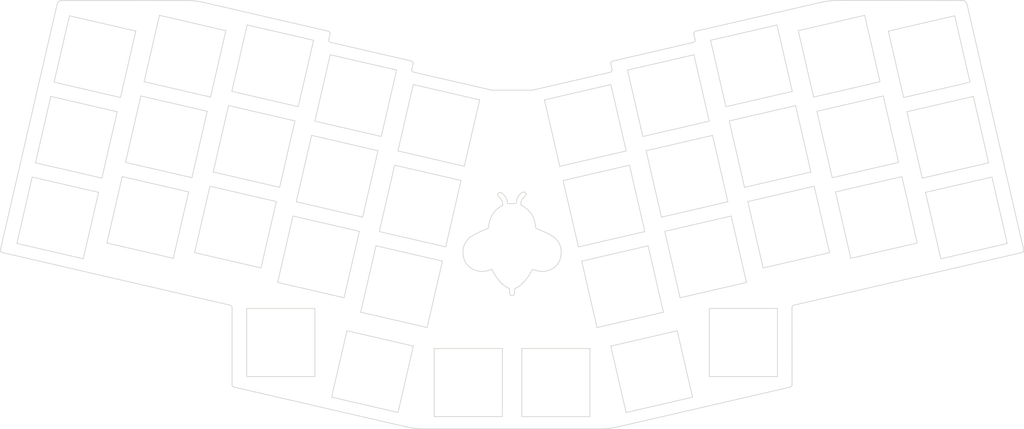
<source format=kicad_pcb>
(kicad_pcb (version 20211014) (generator pcbnew)
  (title_block (title "Humla switch plate") (date "2021-11-10") (rev "0.2") (company "jmnw"))
  (layers (0 "F.Cu" signal) (31 "B.Cu" signal) (34 "B.Paste" user) (35 "F.Paste" user) (36 "B.SilkS" user "B.Silkscreen") (37 "F.SilkS" user "F.Silkscreen") (38 "B.Mask" user) (39 "F.Mask" user) (44 "Edge.Cuts" user))
  (net 0 "")
  (footprint "humla:Choc_cutout" (layer "F.Cu") (at 51.48475 49.55878 -13)
    (fp_text reference "SW1" hide)
    (fp_text value "SW_Push" hide)
    (fp_line (start -7 7) (end 7 7) (layer "Edge.Cuts") (width 0.15))
    (fp_line (start -7 -7) (end 7 -7) (layer "Edge.Cuts") (width 0.15))
    (fp_line (start -7 7) (end -7 -7) (layer "Edge.Cuts") (width 0.15))
    (fp_line (start 7 7) (end 7 -7) (layer "Edge.Cuts") (width 0.15))
  )
  (footprint "humla:Choc_cutout" (layer "F.Cu") (at 69.979457 49.466823 -13)
    (fp_text reference "SW2" hide)
    (fp_text value "SW_Push" hide)
    (fp_line (start -7 -7) (end 7 -7) (layer "Edge.Cuts") (width 0.15))
    (fp_line (start 7 7) (end 7 -7) (layer "Edge.Cuts") (width 0.15))
    (fp_line (start -7 7) (end -7 -7) (layer "Edge.Cuts") (width 0.15))
    (fp_line (start -7 7) (end 7 7) (layer "Edge.Cuts") (width 0.15))
  )
  (footprint "humla:Choc_cutout" (layer "F.Cu") (at 87.99614 51.445407 -13)
    (fp_text reference "SW3" hide)
    (fp_text value "SW_Push" hide)
    (fp_line (start -7 7) (end 7 7) (layer "Edge.Cuts") (width 0.15))
    (fp_line (start 7 7) (end 7 -7) (layer "Edge.Cuts") (width 0.15))
    (fp_line (start -7 7) (end -7 -7) (layer "Edge.Cuts") (width 0.15))
    (fp_line (start -7 -7) (end 7 -7) (layer "Edge.Cuts") (width 0.15))
  )
  (footprint "humla:Choc_cutout" (layer "F.Cu") (at 105.056775 57.565065 -13)
    (fp_text reference "SW4" hide)
    (fp_text value "SW_Push" hide)
    (fp_line (start -7 7) (end 7 7) (layer "Edge.Cuts") (width 0.15))
    (fp_line (start -7 -7) (end 7 -7) (layer "Edge.Cuts") (width 0.15))
    (fp_line (start -7 7) (end -7 -7) (layer "Edge.Cuts") (width 0.15))
    (fp_line (start 7 7) (end 7 -7) (layer "Edge.Cuts") (width 0.15))
  )
  (footprint "humla:Choc_cutout" (layer "F.Cu") (at 122.117417 63.684714 -13)
    (fp_text reference "SW5" hide)
    (fp_text value "SW_Push" hide)
    (fp_line (start 7 7) (end 7 -7) (layer "Edge.Cuts") (width 0.15))
    (fp_line (start -7 -7) (end 7 -7) (layer "Edge.Cuts") (width 0.15))
    (fp_line (start -7 7) (end 7 7) (layer "Edge.Cuts") (width 0.15))
    (fp_line (start -7 7) (end -7 -7) (layer "Edge.Cuts") (width 0.15))
  )
  (footprint "humla:Choc_cutout" (layer "F.Cu") (at 152.22296 63.687526 13)
    (fp_text reference "SW6" hide)
    (fp_text value "SW_Push" hide)
    (fp_line (start -7 -7) (end 7 -7) (layer "Edge.Cuts") (width 0.15))
    (fp_line (start 7 7) (end 7 -7) (layer "Edge.Cuts") (width 0.15))
    (fp_line (start -7 7) (end 7 7) (layer "Edge.Cuts") (width 0.15))
    (fp_line (start -7 7) (end -7 -7) (layer "Edge.Cuts") (width 0.15))
  )
  (footprint "humla:Choc_cutout" (layer "F.Cu") (at 169.283596 57.567873 13)
    (fp_text reference "SW7" hide)
    (fp_text value "SW_Push" hide)
    (fp_line (start -7 7) (end 7 7) (layer "Edge.Cuts") (width 0.15))
    (fp_line (start -7 -7) (end 7 -7) (layer "Edge.Cuts") (width 0.15))
    (fp_line (start 7 7) (end 7 -7) (layer "Edge.Cuts") (width 0.15))
    (fp_line (start -7 7) (end -7 -7) (layer "Edge.Cuts") (width 0.15))
  )
  (footprint "humla:Choc_cutout" (layer "F.Cu") (at 186.344244 51.44822 13)
    (fp_text reference "SW8" hide)
    (fp_text value "SW_Push" hide)
    (fp_line (start 7 7) (end 7 -7) (layer "Edge.Cuts") (width 0.15))
    (fp_line (start -7 -7) (end 7 -7) (layer "Edge.Cuts") (width 0.15))
    (fp_line (start -7 7) (end 7 7) (layer "Edge.Cuts") (width 0.15))
    (fp_line (start -7 7) (end -7 -7) (layer "Edge.Cuts") (width 0.15))
  )
  (footprint "humla:Choc_cutout" (layer "F.Cu") (at 204.360918 49.469634 13)
    (fp_text reference "SW9" hide)
    (fp_text value "SW_Push" hide)
    (fp_line (start -7 7) (end 7 7) (layer "Edge.Cuts") (width 0.15))
    (fp_line (start 7 7) (end 7 -7) (layer "Edge.Cuts") (width 0.15))
    (fp_line (start -7 -7) (end 7 -7) (layer "Edge.Cuts") (width 0.15))
    (fp_line (start -7 7) (end -7 -7) (layer "Edge.Cuts") (width 0.15))
  )
  (footprint "humla:Choc_cutout" (layer "F.Cu") (at 222.855623 49.561591 13)
    (fp_text reference "SW10" hide)
    (fp_text value "SW_Push" hide)
    (fp_line (start -7 7) (end -7 -7) (layer "Edge.Cuts") (width 0.15))
    (fp_line (start -7 7) (end 7 7) (layer "Edge.Cuts") (width 0.15))
    (fp_line (start -7 -7) (end 7 -7) (layer "Edge.Cuts") (width 0.15))
    (fp_line (start 7 7) (end 7 -7) (layer "Edge.Cuts") (width 0.15))
  )
  (footprint "humla:Choc_cutout" (layer "F.Cu") (at 47.660587 66.123065 -13)
    (fp_text reference "SW11" hide)
    (fp_text value "SW_Push" hide)
    (fp_line (start -7 -7) (end 7 -7) (layer "Edge.Cuts") (width 0.15))
    (fp_line (start -7 7) (end -7 -7) (layer "Edge.Cuts") (width 0.15))
    (fp_line (start -7 7) (end 7 7) (layer "Edge.Cuts") (width 0.15))
    (fp_line (start 7 7) (end 7 -7) (layer "Edge.Cuts") (width 0.15))
  )
  (footprint "humla:Choc_cutout" (layer "F.Cu") (at 66.155287 66.031116 -13)
    (fp_text reference "SW12" hide)
    (fp_text value "SW_Push" hide)
    (fp_line (start -7 -7) (end 7 -7) (layer "Edge.Cuts") (width 0.15))
    (fp_line (start -7 7) (end -7 -7) (layer "Edge.Cuts") (width 0.15))
    (fp_line (start -7 7) (end 7 7) (layer "Edge.Cuts") (width 0.15))
    (fp_line (start 7 7) (end 7 -7) (layer "Edge.Cuts") (width 0.15))
  )
  (footprint "humla:Choc_cutout" (layer "F.Cu") (at 84.171978 68.009703 -13)
    (fp_text reference "SW13" hide)
    (fp_text value "SW_Push" hide)
    (fp_line (start -7 7) (end 7 7) (layer "Edge.Cuts") (width 0.15))
    (fp_line (start -7 7) (end -7 -7) (layer "Edge.Cuts") (width 0.15))
    (fp_line (start 7 7) (end 7 -7) (layer "Edge.Cuts") (width 0.15))
    (fp_line (start -7 -7) (end 7 -7) (layer "Edge.Cuts") (width 0.15))
  )
  (footprint "humla:Choc_cutout" (layer "F.Cu") (at 101.232611 74.129354 -13)
    (fp_text reference "SW14" hide)
    (fp_text value "SW_Push" hide)
    (fp_line (start -7 7) (end -7 -7) (layer "Edge.Cuts") (width 0.15))
    (fp_line (start 7 7) (end 7 -7) (layer "Edge.Cuts") (width 0.15))
    (fp_line (start -7 -7) (end 7 -7) (layer "Edge.Cuts") (width 0.15))
    (fp_line (start -7 7) (end 7 7) (layer "Edge.Cuts") (width 0.15))
  )
  (footprint "humla:Choc_cutout" (layer "F.Cu") (at 118.293252 80.249006 -13)
    (fp_text reference "SW15" hide)
    (fp_text value "SW_Push" hide)
    (fp_line (start -7 -7) (end 7 -7) (layer "Edge.Cuts") (width 0.15))
    (fp_line (start -7 7) (end -7 -7) (layer "Edge.Cuts") (width 0.15))
    (fp_line (start -7 7) (end 7 7) (layer "Edge.Cuts") (width 0.15))
    (fp_line (start 7 7) (end 7 -7) (layer "Edge.Cuts") (width 0.15))
  )
  (footprint "humla:Choc_cutout" (layer "F.Cu") (at 156.047128 80.251816 13)
    (fp_text reference "SW16" hide)
    (fp_text value "SW_Push" hide)
    (fp_line (start -7 7) (end -7 -7) (layer "Edge.Cuts") (width 0.15))
    (fp_line (start -7 7) (end 7 7) (layer "Edge.Cuts") (width 0.15))
    (fp_line (start -7 -7) (end 7 -7) (layer "Edge.Cuts") (width 0.15))
    (fp_line (start 7 7) (end 7 -7) (layer "Edge.Cuts") (width 0.15))
  )
  (footprint "humla:Choc_cutout" (layer "F.Cu") (at 173.107762 74.132158 13)
    (fp_text reference "SW17" hide)
    (fp_text value "SW_Push" hide)
    (fp_line (start 7 7) (end 7 -7) (layer "Edge.Cuts") (width 0.15))
    (fp_line (start -7 7) (end -7 -7) (layer "Edge.Cuts") (width 0.15))
    (fp_line (start -7 7) (end 7 7) (layer "Edge.Cuts") (width 0.15))
    (fp_line (start -7 -7) (end 7 -7) (layer "Edge.Cuts") (width 0.15))
  )
  (footprint "humla:Choc_cutout" (layer "F.Cu") (at 190.168401 68.012506 13)
    (fp_text reference "SW18" hide)
    (fp_text value "SW_Push" hide)
    (fp_line (start 7 7) (end 7 -7) (layer "Edge.Cuts") (width 0.15))
    (fp_line (start -7 7) (end -7 -7) (layer "Edge.Cuts") (width 0.15))
    (fp_line (start -7 7) (end 7 7) (layer "Edge.Cuts") (width 0.15))
    (fp_line (start -7 -7) (end 7 -7) (layer "Edge.Cuts") (width 0.15))
  )
  (footprint "humla:Choc_cutout" (layer "F.Cu") (at 208.18509 66.033928 13)
    (fp_text reference "SW19" hide)
    (fp_text value "SW_Push" hide)
    (fp_line (start 7 7) (end 7 -7) (layer "Edge.Cuts") (width 0.15))
    (fp_line (start -7 -7) (end 7 -7) (layer "Edge.Cuts") (width 0.15))
    (fp_line (start -7 7) (end 7 7) (layer "Edge.Cuts") (width 0.15))
    (fp_line (start -7 7) (end -7 -7) (layer "Edge.Cuts") (width 0.15))
  )
  (footprint "humla:Choc_cutout" (layer "F.Cu") (at 226.679794 66.125879 13)
    (fp_text reference "SW20" hide)
    (fp_text value "SW_Push" hide)
    (fp_line (start -7 -7) (end 7 -7) (layer "Edge.Cuts") (width 0.15))
    (fp_line (start -7 7) (end -7 -7) (layer "Edge.Cuts") (width 0.15))
    (fp_line (start 7 7) (end 7 -7) (layer "Edge.Cuts") (width 0.15))
    (fp_line (start -7 7) (end 7 7) (layer "Edge.Cuts") (width 0.15))
  )
  (footprint "humla:Choc_cutout" (layer "F.Cu") (at 43.836416 82.687368 -13)
    (fp_text reference "SW21" hide)
    (fp_text value "SW_Push" hide)
    (fp_line (start -7 7) (end 7 7) (layer "Edge.Cuts") (width 0.15))
    (fp_line (start -7 7) (end -7 -7) (layer "Edge.Cuts") (width 0.15))
    (fp_line (start -7 -7) (end 7 -7) (layer "Edge.Cuts") (width 0.15))
    (fp_line (start 7 7) (end 7 -7) (layer "Edge.Cuts") (width 0.15))
  )
  (footprint "humla:Choc_cutout" (layer "F.Cu") (at 62.331124 82.595405 -13)
    (fp_text reference "SW22" hide)
    (fp_text value "SW_Push" hide)
    (fp_line (start -7 7) (end -7 -7) (layer "Edge.Cuts") (width 0.15))
    (fp_line (start -7 7) (end 7 7) (layer "Edge.Cuts") (width 0.15))
    (fp_line (start 7 7) (end 7 -7) (layer "Edge.Cuts") (width 0.15))
    (fp_line (start -7 -7) (end 7 -7) (layer "Edge.Cuts") (width 0.15))
  )
  (footprint "humla:Choc_cutout" (layer "F.Cu") (at 80.347806 84.573994 -13)
    (fp_text reference "SW23" hide)
    (fp_text value "SW_Push" hide)
    (fp_line (start -7 7) (end -7 -7) (layer "Edge.Cuts") (width 0.15))
    (fp_line (start -7 -7) (end 7 -7) (layer "Edge.Cuts") (width 0.15))
    (fp_line (start -7 7) (end 7 7) (layer "Edge.Cuts") (width 0.15))
    (fp_line (start 7 7) (end 7 -7) (layer "Edge.Cuts") (width 0.15))
  )
  (footprint "humla:Choc_cutout" (layer "F.Cu") (at 97.408443 90.693642 -13)
    (fp_text reference "SW24" hide)
    (fp_text value "SW_Push" hide)
    (fp_line (start -7 7) (end -7 -7) (layer "Edge.Cuts") (width 0.15))
    (fp_line (start -7 -7) (end 7 -7) (layer "Edge.Cuts") (width 0.15))
    (fp_line (start 7 7) (end 7 -7) (layer "Edge.Cuts") (width 0.15))
    (fp_line (start -7 7) (end 7 7) (layer "Edge.Cuts") (width 0.15))
  )
  (footprint "humla:Choc_cutout" (layer "F.Cu") (at 114.469085 96.813302 -13)
    (fp_text reference "SW25" hide)
    (fp_text value "SW_Push" hide)
    (fp_line (start -7 7) (end -7 -7) (layer "Edge.Cuts") (width 0.15))
    (fp_line (start -7 -7) (end 7 -7) (layer "Edge.Cuts") (width 0.15))
    (fp_line (start -7 7) (end 7 7) (layer "Edge.Cuts") (width 0.15))
    (fp_line (start 7 7) (end 7 -7) (layer "Edge.Cuts") (width 0.15))
  )
  (footprint "humla:Choc_cutout" (layer "F.Cu") (at 159.871293 96.81611 13)
    (fp_text reference "SW26" hide)
    (fp_text value "SW_Push" hide)
    (fp_line (start -7 7) (end -7 -7) (layer "Edge.Cuts") (width 0.15))
    (fp_line (start 7 7) (end 7 -7) (layer "Edge.Cuts") (width 0.15))
    (fp_line (start -7 7) (end 7 7) (layer "Edge.Cuts") (width 0.15))
    (fp_line (start -7 -7) (end 7 -7) (layer "Edge.Cuts") (width 0.15))
  )
  (footprint "humla:Choc_cutout" (layer "F.Cu") (at 176.931938 90.696455 13)
    (fp_text reference "SW27" hide)
    (fp_text value "SW_Push" hide)
    (fp_line (start 7 7) (end 7 -7) (layer "Edge.Cuts") (width 0.15))
    (fp_line (start -7 7) (end 7 7) (layer "Edge.Cuts") (width 0.15))
    (fp_line (start -7 -7) (end 7 -7) (layer "Edge.Cuts") (width 0.15))
    (fp_line (start -7 7) (end -7 -7) (layer "Edge.Cuts") (width 0.15))
  )
  (footprint "humla:Choc_cutout" (layer "F.Cu") (at 193.992575 84.576794 13)
    (fp_text reference "SW28" hide)
    (fp_text value "SW_Push" hide)
    (fp_line (start 7 7) (end 7 -7) (layer "Edge.Cuts") (width 0.15))
    (fp_line (start -7 -7) (end 7 -7) (layer "Edge.Cuts") (width 0.15))
    (fp_line (start -7 7) (end -7 -7) (layer "Edge.Cuts") (width 0.15))
    (fp_line (start -7 7) (end 7 7) (layer "Edge.Cuts") (width 0.15))
  )
  (footprint "humla:Choc_cutout" (layer "F.Cu") (at 212.009258 82.598214 13)
    (fp_text reference "SW29" hide)
    (fp_text value "SW_Push" hide)
    (fp_line (start -7 7) (end -7 -7) (layer "Edge.Cuts") (width 0.15))
    (fp_line (start -7 7) (end 7 7) (layer "Edge.Cuts") (width 0.15))
    (fp_line (start 7 7) (end 7 -7) (layer "Edge.Cuts") (width 0.15))
    (fp_line (start -7 -7) (end 7 -7) (layer "Edge.Cuts") (width 0.15))
  )
  (footprint "humla:Choc_cutout" (layer "F.Cu") (at 230.503961 82.690174 13)
    (fp_text reference "SW30" hide)
    (fp_text value "SW_Push" hide)
    (fp_line (start 7 7) (end 7 -7) (layer "Edge.Cuts") (width 0.15))
    (fp_line (start -7 7) (end 7 7) (layer "Edge.Cuts") (width 0.15))
    (fp_line (start -7 7) (end -7 -7) (layer "Edge.Cuts") (width 0.15))
    (fp_line (start -7 -7) (end 7 -7) (layer "Edge.Cuts") (width 0.15))
  )
  (footprint "humla:Choc_cutout" (layer "F.Cu") (at 89.656615 108.298088)
    (fp_text reference "SW31" hide)
    (fp_text value "SW_Push" hide)
    (fp_line (start -7 7) (end -7 -7) (layer "Edge.Cuts") (width 0.15))
    (fp_line (start -7 7) (end 7 7) (layer "Edge.Cuts") (width 0.15))
    (fp_line (start -7 -7) (end 7 -7) (layer "Edge.Cuts") (width 0.15))
    (fp_line (start 7 7) (end 7 -7) (layer "Edge.Cuts") (width 0.15))
  )
  (footprint "humla:Choc_cutout" (layer "F.Cu") (at 108.496421 114.266576 -13)
    (fp_text reference "SW32" hide)
    (fp_text value "SW_Push" hide)
    (fp_line (start 7 7) (end 7 -7) (layer "Edge.Cuts") (width 0.15))
    (fp_line (start -7 -7) (end 7 -7) (layer "Edge.Cuts") (width 0.15))
    (fp_line (start -7 7) (end 7 7) (layer "Edge.Cuts") (width 0.15))
    (fp_line (start -7 7) (end -7 -7) (layer "Edge.Cuts") (width 0.15))
  )
  (footprint "humla:Choc_cutout" (layer "F.Cu") (at 146.170986 116.516205)
    (fp_text reference "SW34" hide)
    (fp_text value "SW_Push" hide)
    (fp_line (start -7 7) (end 7 7) (layer "Edge.Cuts") (width 0.15))
    (fp_line (start -7 7) (end -7 -7) (layer "Edge.Cuts") (width 0.15))
    (fp_line (start 7 7) (end 7 -7) (layer "Edge.Cuts") (width 0.15))
    (fp_line (start -7 -7) (end 7 -7) (layer "Edge.Cuts") (width 0.15))
  )
  (footprint "humla:Choc_cutout" (layer "F.Cu") (at 165.850124 114.270046 13)
    (fp_text reference "SW35" hide)
    (fp_text value "SW_Push" hide)
    (fp_line (start 7 7) (end 7 -7) (layer "Edge.Cuts") (width 0.15))
    (fp_line (start -7 7) (end -7 -7) (layer "Edge.Cuts") (width 0.15))
    (fp_line (start -7 -7) (end 7 -7) (layer "Edge.Cuts") (width 0.15))
    (fp_line (start -7 7) (end 7 7) (layer "Edge.Cuts") (width 0.15))
  )
  (footprint "humla:Choc_cutout" (layer "F.Cu") (at 184.691758 108.293895)
    (fp_text reference "SW36" hide)
    (fp_text value "SW_Push" hide)
    (fp_line (start -7 -7) (end 7 -7) (layer "Edge.Cuts") (width 0.15))
    (fp_line (start -7 7) (end -7 -7) (layer "Edge.Cuts") (width 0.15))
    (fp_line (start -7 7) (end 7 7) (layer "Edge.Cuts") (width 0.15))
    (fp_line (start 7 7) (end 7 -7) (layer "Edge.Cuts") (width 0.15))
  )
  (footprint "humla:Choc_cutout" (layer "F.Cu") (at 128.174089 116.515902)
    (fp_text reference "SW33" hide)
    (fp_text value "SW_Push" hide)
    (fp_line (start -7 7) (end 7 7) (layer "Edge.Cuts") (width 0.15))
    (fp_line (start 7 7) (end 7 -7) (layer "Edge.Cuts") (width 0.15))
    (fp_line (start -7 7) (end -7 -7) (layer "Edge.Cuts") (width 0.15))
    (fp_line (start -7 -7) (end 7 -7) (layer "Edge.Cuts") (width 0.15))
  )
  (footprint "humla:M2_hole_2.3mm" (layer "F.Cu") (at 60.703984 49.634599)
    (fp_text reference "h2" hide)
    (fp_text value "h2")
    (pad "" np_thru_hole circle (at 0 0) (size 2.3 2.3) (drill 2.3) (layers *.Cu *.Mask))
  )
  (footprint "humla:M2_hole_2.3mm" (layer "F.Cu") (at 53.055647 82.763187)
    (fp_text reference "h2" hide)
    (fp_text value "h2")
    (pad "" np_thru_hole circle (at 0 0) (size 2.3 2.3) (drill 2.3) (layers *.Cu *.Mask))
  )
  (footprint "humla:M2_hole_2.3mm" (layer "F.Cu") (at 221.284727 82.765994)
    (fp_text reference "h2" hide)
    (fp_text value "h2")
    (pad "" np_thru_hole circle (at 0 0) (size 2.3 2.3) (drill 2.3) (layers *.Cu *.Mask))
  )
  (footprint "humla:M2_hole_2.3mm" (layer "F.Cu") (at 86.727029 96.951228)
    (fp_text reference "h2" hide)
    (fp_text value "h2")
    (pad "" np_thru_hole circle (at 0 0) (size 2.3 2.3) (drill 2.3) (layers *.Cu *.Mask))
  )
  (footprint "humla:M2_hole_2.3mm" (layer "F.Cu") (at 187.61335 96.95404)
    (fp_text reference "h2" hide)
    (fp_text value "h2")
    (pad "" np_thru_hole circle (at 0 0) (size 2.3 2.3) (drill 2.3) (layers *.Cu *.Mask))
  )
  (footprint "humla:humla" (layer "F.Cu") (at 137.174085 88.015904)
    (fp_text reference "G***" hide)
    (fp_text value "LOGO" hide)
    (fp_poly (pts (xy 2.591663 -10.597309) (xy 2.764196 -10.42765) (xy 2.86875 -10.222646) (xy 2.878667 -10.149405) (xy 2.813168 -9.986391) (xy 2.633463 -9.76076) (xy 2.454284 -9.584494) (xy 2.164866 -9.285045) (xy 1.9846 -8.99443) (xy 1.903951 -8.775389) (xy 1.814453 -8.415809) (xy 1.781406 -8.143945) (xy 1.806559 -7.986744) (xy 1.850935 -7.958667) (xy 1.950065 -7.914756) (xy 2.152886 -7.797402) (xy 2.422922 -7.628176) (xy 2.549435 -7.545614) (xy 3.148955 -7.076266) (xy 3.691117 -6.511078) (xy 4.133255 -5.898133) (xy 4.324359 -5.545402) (xy 4.49088 -5.126177) (xy 4.6393 -4.632514) (xy 4.753593 -4.129557) (xy 4.817733 -3.682449) (xy 4.826 -3.506317) (xy 4.856486 -3.281395) (xy 4.967587 -3.161019) (xy 5.0165 -3.13856) (xy 6.013308 -2.732279) (xy 6.859549 -2.357347) (xy 7.569274 -2.00542) (xy 8.156531 -1.668155) (xy 8.63537 -1.337208) (xy 9.019841 -1.004237) (xy 9.323993 -0.660898) (xy 9.42516 -0.52049) (xy 9.760817 0.059125) (xy 9.973148 0.645603) (xy 10.076894 1.290637) (xy 10.09263 1.820333) (xy 10.006035 2.651882) (xy 9.774933 3.406884) (xy 9.411271 4.073565) (xy 8.926998 4.640148) (xy 8.334063 5.094858) (xy 7.644413 5.425919) (xy 6.869997 5.621556) (xy 6.183775 5.672667) (xy 5.78434 5.643979) (xy 5.325193 5.567613) (xy 4.871626 5.458112) (xy 4.488934 5.330021) (xy 4.342714 5.26256) (xy 4.239323 5.227699) (xy 4.154643 5.273694) (xy 4.05819 5.429081) (xy 3.970854 5.61064) (xy 3.636736 6.234081) (xy 3.216935 6.86589) (xy 2.738423 7.475272) (xy 2.228174 8.031435) (xy 1.713161 8.503583) (xy 1.220357 8.860925) (xy 1.030673 8.967259) (xy 0.508 9.231104) (xy 0.508 9.816504) (xy 0.485864 10.216866) (xy 0.41002 10.476301) (xy 0.266317 10.618533) (xy 0.0406 10.667283) (xy 0 10.668) (xy -0.226433 10.622824) (xy -0.374953 10.534952) (xy -0.453182 10.394557) (xy -0.495674 10.14832) (xy -0.508 9.782131) (xy -0.512235 9.46079) (xy -0.532332 9.26984) (xy -0.579377 9.170405) (xy -0.664458 9.123611) (xy -0.6985 9.114166) (xy -0.968544 9.000191) (xy -1.314387 8.787801) (xy -1.698684 8.504569) (xy -2.084093 8.178067) (xy -2.433269 7.835869) (xy -2.440973 7.827608) (xy -3.136709 6.969927) (xy -3.774141 5.955918) (xy -3.934415 5.658705) (xy -4.073233 5.401093) (xy -4.168651 5.268166) (xy -4.254162 5.233739) (xy -4.363257 5.271626) (xy -4.403391 5.292041) (xy -4.603964 5.374477) (xy -4.896674 5.47079) (xy -5.138309 5.538837) (xy -5.93283 5.664141) (xy -6.719917 5.636042) (xy -7.476751 5.463144) (xy -8.18051 5.154048) (xy -8.808373 4.717357) (xy -9.337519 4.161674) (xy -9.532821 3.882277) (xy -9.810053 3.310672) (xy -9.998092 2.642773) (xy -10.090214 1.93018) (xy -10.079693 1.224494) (xy -9.962395 0.586174) (xy -9.765555 0.093144) (xy -9.471205 -0.420613) (xy -9.121998 -0.888583) (xy -8.819918 -1.195541) (xy -8.473389 -1.452924) (xy -8.000709 -1.746983) (xy -7.435867 -2.059362) (xy -6.812854 -2.371704) (xy -6.165661 -2.665654) (xy -5.864613 -2.791498) (xy -4.871354 -3.194393) (xy -4.765082 -3.98903) (xy -4.568728 -4.868239) (xy -4.229848 -5.688603) (xy -3.762002 -6.428879) (xy -3.178752 -7.067823) (xy -2.493657 -7.584192) (xy -2.455333 -7.607392) (xy -1.905 -7.936699) (xy -1.935475 -8.307074) (xy -2.051159 -8.825044) (xy -2.295887 -9.271775) (xy -2.626315 -9.593991) (xy -2.875121 -9.822543) (xy -2.960962 -10.052276) (xy -2.889098 -10.303723) (xy -2.831533 -10.395161) (xy -2.633324 -10.564248) (xy -2.384295 -10.575496) (xy -2.082053 -10.428417) (xy -1.784262 -10.181167) (xy -1.352764 -9.66243) (xy -1.075867 -9.076143) (xy -0.974299 -8.636) (xy -0.918603 -8.255) (xy -0.036102 -8.255) (xy 0.357734 -8.256269) (xy 0.612523 -8.264791) (xy 0.758548 -8.287637) (xy 0.826097 -8.331881) (xy 0.845454 -8.404593) (xy 0.846533 -8.461112) (xy 0.869251 -8.654426) (xy 0.927743 -8.937582) (xy 0.985134 -9.16072) (xy 1.146664 -9.55937) (xy 1.38829 -9.940103) (xy 1.679661 -10.270786) (xy 1.990424 -10.519282) (xy 2.290227 -10.653456) (xy 2.408795 -10.668) (xy 2.591663 -10.597309)) (layer "Edge.Cuts") (width 0.15) (fill none))
  )
  (footprint "humla:M2_hole_2.3mm" (layer "F.Cu") (at 114.27601 57.640883)
    (fp_text reference "h2" hide)
    (fp_text value "h2")
    (pad "" np_thru_hole circle (at 0 0) (size 2.3 2.3) (drill 2.3) (layers *.Cu *.Mask))
  )
  (footprint "humla:M2_hole_2.3mm" (layer "F.Cu") (at 137.174085 108.015904)
    (fp_text reference "h2" hide)
    (fp_text value "h2")
    (pad "" np_thru_hole circle (at 0 0) (size 2.3 2.3) (drill 2.3) (layers *.Cu *.Mask))
  )
  (footprint "humla:M2_hole_2.3mm" (layer "F.Cu") (at 213.636389 49.63741)
    (fp_text reference "h2" hide)
    (fp_text value "h2")
    (pad "" np_thru_hole circle (at 0 0) (size 2.3 2.3) (drill 2.3) (layers *.Cu *.Mask))
  )
  (footprint "humla:M2_hole_2.3mm" (layer "F.Cu") (at 160.064363 57.643692)
    (fp_text reference "h2" hide)
    (fp_text value "h2")
    (pad "" np_thru_hole circle (at 0 0) (size 2.3 2.3) (drill 2.3) (layers *.Cu *.Mask))
  )
  (gr_arc (start 80.059975 117.450209) (mid 79.764884 117.268801) (end 79.649406 116.942224) (layer "Edge.Cuts") (width 0.15))
  (gr_line (start 194.677475 101.067208) (end 194.69287 116.942212) (layer "Edge.Cuts") (width 0.15))
  (gr_line (start 115.239019 125.569182) (end 80.059975 117.450209) (layer "Edge.Cuts") (width 0.15))
  (gr_line (start 116.495599 50.458803) (end 99.851537 46.612797) (layer "Edge.Cuts") (width 0.15))
  (gr_line (start 230.629637 38.778546) (end 242.27685 89.249674) (layer "Edge.Cuts") (width 0.15))
  (gr_arc (start 194.692869 116.942207) (mid 194.577398 117.268791) (end 194.282307 117.450209) (layer "Edge.Cuts") (width 0.15))
  (gr_arc (start 194.677471 101.067208) (mid 194.776091 100.796294) (end 195.011336 100.62962) (layer "Edge.Cuts") (width 0.15))
  (gr_arc (start 119.175149 126.014383) (mid 117.194562 125.902495) (end 115.239019 125.569182) (layer "Edge.Cuts") (width 0.15))
  (gr_arc (start 159.11128 125.569183) (mid 157.155738 125.902496) (end 155.175151 126.014385) (layer "Edge.Cuts") (width 0.15))
  (gr_arc (start 43.715642 38.7759) (mid 44.072003 38.237574) (end 44.683034 38.029178) (layer "Edge.Cuts") (width 0.15))
  (gr_arc (start 200.464587 38.443103) (mid 202.420129 38.10979) (end 204.400716 37.997901) (layer "Edge.Cuts") (width 0.15))
  (gr_arc (start 32.401642 89.795698) (mid 32.112929 89.569343) (end 32.068306 89.205199) (layer "Edge.Cuts") (width 0.15))
  (gr_arc (start 99.436534 44.332327) (mid 99.725244 44.558678) (end 99.769867 44.922817) (layer "Edge.Cuts") (width 0.15))
  (gr_line (start 99.518203 46.022305) (end 99.769863 44.922828) (layer "Edge.Cuts") (width 0.15))
  (gr_line (start 116.577269 52.148784) (end 116.82893 51.049305) (layer "Edge.Cuts") (width 0.15))
  (gr_arc (start 116.910602 52.739272) (mid 116.621891 52.512921) (end 116.577267 52.148782) (layer "Edge.Cuts") (width 0.15))
  (gr_arc (start 116.495599 50.458803) (mid 116.784309 50.685153) (end 116.828933 51.049292) (layer "Edge.Cuts") (width 0.15))
  (gr_line (start 157.710915 52.164513) (end 157.459255 51.065036) (layer "Edge.Cuts") (width 0.15))
  (gr_line (start 174.769981 46.038037) (end 174.518319 44.93856) (layer "Edge.Cuts") (width 0.15))
  (gr_arc (start 174.769983 46.038037) (mid 174.725359 46.402176) (end 174.436648 46.628527) (layer "Edge.Cuts") (width 0.15))
  (gr_line (start 157.792585 50.474534) (end 174.436648 46.628527) (layer "Edge.Cuts") (width 0.15))
  (gr_line (start 141.303486 56.455401) (end 157.377583 52.755004) (layer "Edge.Cuts") (width 0.15))
  (gr_arc (start 174.518316 44.938547) (mid 174.56294 44.574408) (end 174.85165 44.348058) (layer "Edge.Cuts") (width 0.15))
  (gr_arc (start 157.710918 52.164512) (mid 157.666294 52.528652) (end 157.377583 52.755004) (layer "Edge.Cuts") (width 0.15))
  (gr_arc (start 157.459251 51.065023) (mid 157.503875 50.700884) (end 157.792585 50.474534) (layer "Edge.Cuts") (width 0.15))
  (gr_line (start 133.01754 56.447252) (end 116.910602 52.739272) (layer "Edge.Cuts") (width 0.15))
  (gr_line (start 133.01754 56.447252) (end 141.303486 56.455401) (layer "Edge.Cuts") (width 0.15))
  (gr_arc (start 242.27685 89.249674) (mid 242.199968 89.60839) (end 241.892243 89.808124) (layer "Edge.Cuts") (width 0.15))
  (gr_arc (start 229.662248 38.031836) (mid 230.273275 38.240228) (end 230.629636 38.778548) (layer "Edge.Cuts") (width 0.15))
  (gr_line (start 119.17515 126.014385) (end 155.17515 126.014381) (layer "Edge.Cuts") (width 0.15))
  (gr_line (start 43.715645 38.775897) (end 32.068315 89.2052) (layer "Edge.Cuts") (width 0.15))
  (gr_line (start 159.11128 125.569183) (end 194.282307 117.450209) (layer "Edge.Cuts") (width 0.15))
  (gr_line (start 44.683034 38.029178) (end 71.239612 38.039836) (layer "Edge.Cuts") (width 0.15))
  (gr_arc (start 71.239613 38.039834) (mid 72.568513 38.188504) (end 73.882354 38.4373) (layer "Edge.Cuts") (width 0.15))
  (gr_line (start 32.401642 89.795698) (end 79.319006 100.629617) (layer "Edge.Cuts") (width 0.15))
  (gr_line (start 79.652872 101.067212) (end 79.652871 116.942207) (layer "Edge.Cuts") (width 0.15))
  (gr_line (start 73.882354 38.4373) (end 99.436534 44.332327) (layer "Edge.Cuts") (width 0.15))
  (gr_arc (start 79.319006 100.629617) (mid 79.554253 100.79629) (end 79.652876 101.067204) (layer "Edge.Cuts") (width 0.15))
  (gr_line (start 174.85165 44.348058) (end 200.464587 38.443103) (layer "Edge.Cuts") (width 0.15))
  (gr_line (start 229.662248 38.031836) (end 204.400718 37.997897) (layer "Edge.Cuts") (width 0.15))
  (gr_arc (start 99.851537 46.612797) (mid 99.562826 46.386447) (end 99.518201 46.022308) (layer "Edge.Cuts") (width 0.15))
  (gr_line (start 241.892243 89.808125) (end 195.011336 100.62962) (layer "Edge.Cuts") (width 0.15))
)
</source>
